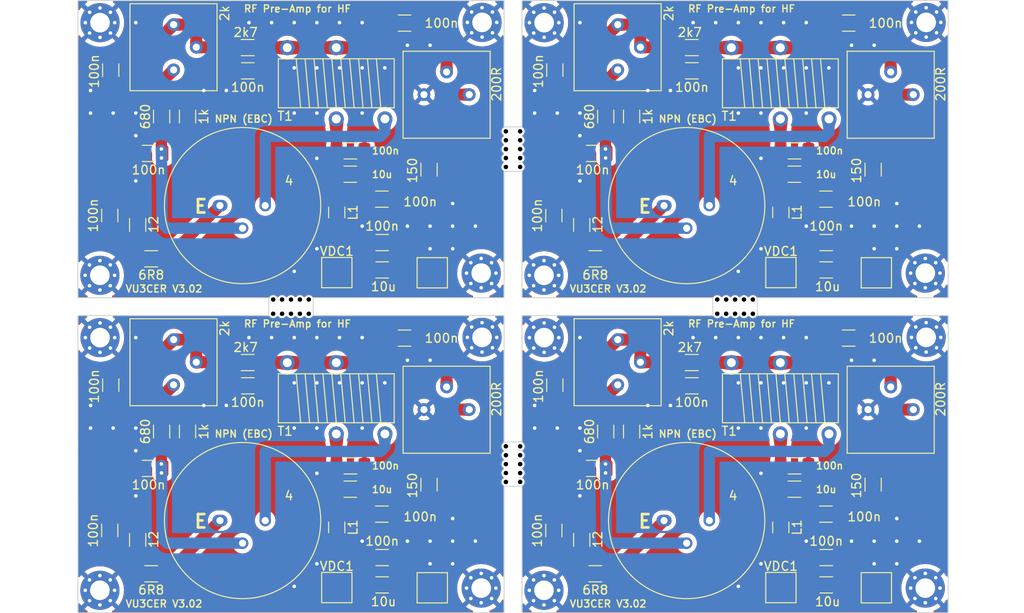
<source format=kicad_pcb>
(kicad_pcb (version 20221018) (generator pcbnew)
  (layers (0 "F.Cu" signal) (31 "B.Cu" signal) (34 "B.Paste" user) (35 "F.Paste" user) (36 "B.SilkS" user "B.Silkscreen") (37 "F.SilkS" user "F.Silkscreen") (38 "B.Mask" user) (39 "F.Mask" user) (44 "Edge.Cuts" user))
  (net 0 "")
  (net 1 "Board_0-+12V")
  (net 2 "Board_0-GND")
  (net 3 "Board_0-Net-(C18-Pad1)")
  (net 4 "Board_0-Net-(C19-Pad2)")
  (net 5 "Board_0-Net-(C25-Pad1)")
  (net 6 "Board_0-Net-(C35-Pad1)")
  (net 7 "Board_0-Net-(IN1-In)")
  (net 8 "Board_0-Net-(OUT1-In)")
  (net 9 "Board_0-Net-(Q1-B)")
  (net 10 "Board_0-Net-(Q1-C)")
  (net 11 "Board_0-Net-(Q1-E)")
  (net 12 "Board_0-Net-(T1-AB)")
  (net 13 "Board_0-Net-(T1-SA)")
  (net 14 "Board_1-+12V")
  (net 15 "Board_1-GND")
  (net 16 "Board_1-Net-(C18-Pad1)")
  (net 17 "Board_1-Net-(C19-Pad2)")
  (net 18 "Board_1-Net-(C25-Pad1)")
  (net 19 "Board_1-Net-(C35-Pad1)")
  (net 20 "Board_1-Net-(IN1-In)")
  (net 21 "Board_1-Net-(OUT1-In)")
  (net 22 "Board_1-Net-(Q1-B)")
  (net 23 "Board_1-Net-(Q1-C)")
  (net 24 "Board_1-Net-(Q1-E)")
  (net 25 "Board_1-Net-(T1-AB)")
  (net 26 "Board_1-Net-(T1-SA)")
  (net 27 "Board_2-+12V")
  (net 28 "Board_2-GND")
  (net 29 "Board_2-Net-(C18-Pad1)")
  (net 30 "Board_2-Net-(C19-Pad2)")
  (net 31 "Board_2-Net-(C25-Pad1)")
  (net 32 "Board_2-Net-(C35-Pad1)")
  (net 33 "Board_2-Net-(IN1-In)")
  (net 34 "Board_2-Net-(OUT1-In)")
  (net 35 "Board_2-Net-(Q1-B)")
  (net 36 "Board_2-Net-(Q1-C)")
  (net 37 "Board_2-Net-(Q1-E)")
  (net 38 "Board_2-Net-(T1-AB)")
  (net 39 "Board_2-Net-(T1-SA)")
  (net 40 "Board_3-+12V")
  (net 41 "Board_3-GND")
  (net 42 "Board_3-Net-(C18-Pad1)")
  (net 43 "Board_3-Net-(C19-Pad2)")
  (net 44 "Board_3-Net-(C25-Pad1)")
  (net 45 "Board_3-Net-(C35-Pad1)")
  (net 46 "Board_3-Net-(IN1-In)")
  (net 47 "Board_3-Net-(OUT1-In)")
  (net 48 "Board_3-Net-(Q1-B)")
  (net 49 "Board_3-Net-(Q1-C)")
  (net 50 "Board_3-Net-(Q1-E)")
  (net 51 "Board_3-Net-(T1-AB)")
  (net 52 "Board_3-Net-(T1-SA)")
  (footprint "NPTH" (layer "F.Cu") (at 173.4173 55.175)
    (fp_text reference "REF**" hide)
    (fp_text value "NPTH" hide)
  )
  (footprint "NPTH" (layer "F.Cu") (at 149.3 38.6875)
    (fp_text reference "REF**" hide)
    (fp_text value "NPTH" hide)
  )
  (footprint "NPTH" (layer "F.Cu") (at 174.4173 55.175)
    (fp_text reference "REF**" hide)
    (fp_text value "NPTH" hide)
  )
  (footprint "TestPoint:TestPoint_Pad_3.0x3.0mm" (layer "F.Cu") (at 178.560564 50.552)
    (fp_text reference "VDC1")
    (fp_text value "Conn_01x01" hide)
  )
  (footprint "Resistor_SMD:R_1206_3216Metric_Pad1.30x1.75mm_HandSolder" (layer "F.Cu") (at 161.810564 68.397 90)
    (fp_text reference "R7" hide)
    (fp_text value "1k")
  )
  (footprint "NPTH" (layer "F.Cu") (at 149.3 37.6875)
    (fp_text reference "REF**" hide)
    (fp_text value "NPTH" hide)
  )
  (footprint "Capacitor_SMD:C_1206_3216Metric_Pad1.33x1.80mm_HandSolder" (layer "F.Cu") (at 103.355964 63.1895 90)
    (fp_text reference "C35" hide)
    (fp_text value "100n")
  )
  (footprint "Capacitor_SMD:C_1206_3216Metric_Pad1.33x1.80mm_HandSolder" (layer "F.Cu") (at 103.245964 44.142 -90)
    (fp_text reference "C19" hide)
    (fp_text value "100n")
  )
  (footprint "MountingHole:MountingHole_2.2mm_M2_Pad_Via" (layer "F.Cu") (at 151.990564 22.482)
    (fp_text reference "H1" hide)
    (fp_text value "MountingHole_Pad" hide)
  )
  (footprint "Package_TO_SOT_THT:TO-38-3" (layer "F.Cu") (at 165.446 43.027)
    (fp_text reference "Q1" hide)
    (fp_text value "NPN (EBC)")
  )
  (footprint "Capacitor_SMD:C_1206_3216Metric_Pad1.33x1.80mm_HandSolder" (layer "F.Cu") (at 186.160564 22.532 180)
    (fp_text reference "C25" hide)
    (fp_text value "100n")
  )
  (footprint "NPTH" (layer "F.Cu") (at 147.7 35.6875)
    (fp_text reference "REF**" hide)
    (fp_text value "NPTH" hide)
  )
  (footprint "Capacitor_SMD:C_1206_3216Metric_Pad1.33x1.80mm_HandSolder" (layer "F.Cu") (at 118.735964 27.892)
    (fp_text reference "C18" hide)
    (fp_text value "100n")
  )
  (footprint "Capacitor_SMD:C_1206_3216Metric_Pad1.33x1.80mm_HandSolder" (layer "F.Cu") (at 168.570564 63.267)
    (fp_text reference "C18" hide)
    (fp_text value "100n")
  )
  (footprint "NPTH" (layer "F.Cu") (at 149.3 72.0625)
    (fp_text reference "REF**" hide)
    (fp_text value "NPTH" hide)
  )
  (footprint "Package_TO_SOT_THT:TO-38-3" (layer "F.Cu") (at 165.446 78.402)
    (fp_text reference "Q1" hide)
    (fp_text value "NPN (EBC)")
  )
  (footprint "Resistor_SMD:R_1206_3216Metric_Pad1.30x1.75mm_HandSolder" (layer "F.Cu") (at 139.075964 38.992 -90)
    (fp_text reference "R1" hide)
    (fp_text value "150")
  )
  (footprint "Resistor_SMD:R_1206_3216Metric_Pad1.30x1.75mm_HandSolder" (layer "F.Cu") (at 107.895964 84.377)
    (fp_text reference "R8" hide)
    (fp_text value "6R8")
  )
  (footprint "Resistor_SMD:R_1206_3216Metric_Pad1.30x1.75mm_HandSolder" (layer "F.Cu") (at 168.560564 60.657 180)
    (fp_text reference "R5" hide)
    (fp_text value "2k7")
  )
  (footprint "Resistor_SMD:R_1206_3216Metric_Pad1.30x1.75mm_HandSolder" (layer "F.Cu") (at 156.210564 80.577 -90)
    (fp_text reference "R9" hide)
    (fp_text value "12")
  )
  (footprint "Capacitor_SMD:C_1206_3216Metric_Pad1.33x1.80mm_HandSolder" (layer "F.Cu") (at 103.245964 79.517 -90)
    (fp_text reference "C19" hide)
    (fp_text value "100n")
  )
  (footprint "MountingHole:MountingHole_2.2mm_M2_Pad_Via" (layer "F.Cu") (at 194.860564 22.452)
    (fp_text reference "H2" hide)
    (fp_text value "MountingHole_Pad" hide)
  )
  (footprint "Inductor_SMD:L_1206_3216Metric_Pad1.42x1.75mm_HandSolder" (layer "F.Cu") (at 128.715964 43.7945 -90)
    (fp_text reference "L1")
    (fp_text value "600 @ 100 MHz" hide)
  )
  (footprint "Inductor_SMD:L_1206_3216Metric_Pad1.42x1.75mm_HandSolder" (layer "F.Cu") (at 178.550564 43.7945 -90)
    (fp_text reference "L1")
    (fp_text value "600 @ 100 MHz" hide)
  )
  (footprint "footprints:FT50-43 Transformer" (layer "F.Cu") (at 186.500564 64.667 -90)
    (fp_text reference "T1")
    (fp_text value "XFMR" hide)
  )
  (footprint "NPTH" (layer "F.Cu") (at 125.5827 55.175)
    (fp_text reference "REF**" hide)
    (fp_text value "NPTH" hide)
  )
  (footprint "Resistor_SMD:R_1206_3216Metric_Pad1.30x1.75mm_HandSolder" (layer "F.Cu") (at 118.725964 25.282 180)
    (fp_text reference "R5" hide)
    (fp_text value "2k7")
  )
  (footprint "Capacitor_SMD:C_1206_3216Metric_Pad1.33x1.80mm_HandSolder" (layer "F.Cu") (at 183.650564 85.627 180)
    (fp_text reference "C24" hide)
    (fp_text value "10u")
  )
  (footprint "MountingHole:MountingHole_2.2mm_M2_Pad_Via" (layer "F.Cu") (at 102.139238 86.230274)
    (fp_text reference "H3" hide)
    (fp_text value "MountingHole_Pad" hide)
  )
  (footprint "Capacitor_SMD:C_1206_3216Metric_Pad1.33x1.80mm_HandSolder" (layer "F.Cu") (at 136.325964 57.907 180)
    (fp_text reference "C25" hide)
    (fp_text value "100n")
  )
  (footprint "Capacitor_SMD:C_1206_3216Metric_Pad1.33x1.80mm_HandSolder" (layer "F.Cu") (at 133.778464 77.677 180)
    (fp_text reference "C22" hide)
    (fp_text value "100n")
  )
  (footprint "footprints:SMA_EDGELAUNCH_Modded" (layer "F.Cu") (at 150.074 37.127)
    (fp_text reference "IN1" hide)
    (fp_text value "SMA")
  )
  (footprint "Resistor_SMD:R_1206_3216Metric_Pad1.30x1.75mm_HandSolder" (layer "F.Cu") (at 157.730564 49.002)
    (fp_text reference "R8" hide)
    (fp_text value "6R8")
  )
  (footprint "Potentiometer_THT:Potentiometer_Bourns_3386P_Vertical" (layer "F.Cu") (at 110.415964 63.157)
    (fp_text reference "RV2" hide)
    (fp_text value "2k")
  )
  (footprint "Resistor_SMD:R_1206_3216Metric_Pad1.30x1.75mm_HandSolder" (layer "F.Cu") (at 109.065964 68.397 -90)
    (fp_text reference "R6" hide)
    (fp_text value "680")
  )
  (footprint "Resistor_SMD:R_1206_3216Metric_Pad1.30x1.75mm_HandSolder" (layer "F.Cu") (at 111.975964 33.022 90)
    (fp_text reference "R7" hide)
    (fp_text value "1k")
  )
  (footprint "NPTH" (layer "F.Cu") (at 147.7 37.6875)
    (fp_text reference "REF**" hide)
    (fp_text value "NPTH" hide)
  )
  (footprint "TestPoint:TestPoint_Pad_3.0x3.0mm" (layer "F.Cu") (at 189.270564 50.572)
    (fp_text reference "GND1" hide)
    (fp_text value "Conn_01x01" hide)
  )
  (footprint "Resistor_SMD:R_1206_3216Metric_Pad1.30x1.75mm_HandSolder" (layer "F.Cu") (at 188.910564 38.992 -90)
    (fp_text reference "R1" hide)
    (fp_text value "150")
  )
  (footprint "MountingHole:MountingHole_2.2mm_M2_Pad_Via" (layer "F.Cu") (at 151.990564 57.857)
    (fp_text reference "H1" hide)
    (fp_text value "MountingHole_Pad" hide)
  )
  (footprint "TestPoint:TestPoint_Pad_3.0x3.0mm" (layer "F.Cu") (at 178.560564 85.927)
    (fp_text reference "VDC1")
    (fp_text value "Conn_01x01" hide)
  )
  (footprint "MountingHole:MountingHole_2.2mm_M2_Pad_Via" (layer "F.Cu") (at 151.973838 86.230274)
    (fp_text reference "H3" hide)
    (fp_text value "MountingHole_Pad" hide)
  )
  (footprint "Capacitor_SMD:C_1206_3216Metric_Pad1.33x1.80mm_HandSolder" (layer "F.Cu") (at 183.648064 82.557 180)
    (fp_text reference "C23" hide)
    (fp_text value "100n")
  )
  (footprint "Capacitor_SMD:C_1206_3216Metric_Pad1.33x1.80mm_HandSolder" (layer "F.Cu") (at 183.613064 77.677 180)
    (fp_text reference "C22" hide)
    (fp_text value "100n")
  )
  (footprint "NPTH" (layer "F.Cu") (at 123.5827 53.575)
    (fp_text reference "REF**" hide)
    (fp_text value "NPTH" hide)
  )
  (footprint "NPTH" (layer "F.Cu") (at 124.5827 53.575)
    (fp_text reference "REF**" hide)
    (fp_text value "NPTH" hide)
  )
  (footprint "Potentiometer_THT:Potentiometer_Bourns_3386P_Vertical" (layer "F.Cu") (at 143.585964 30.562 90)
    (fp_text reference "RV1" hide)
    (fp_text value "200R")
  )
  (footprint "Package_TO_SOT_THT:TO-38-3" (layer "F.Cu") (at 115.6114 78.402)
    (fp_text reference "Q1" hide)
    (fp_text value "NPN (EBC)")
  )
  (footprint "Capacitor_SMD:C_1206_3216Metric_Pad1.33x1.80mm_HandSolder" (layer "F.Cu") (at 118.735964 63.267)
    (fp_text reference "C18" hide)
    (fp_text value "100n")
  )
  (footprint "Capacitor_SMD:C_1206_3216Metric_Pad1.33x1.80mm_HandSolder" (layer "F.Cu") (at 153.080564 79.517 -90)
    (fp_text reference "C19" hide)
    (fp_text value "100n")
  )
  (footprint "TestPoint:TestPoint_Pad_3.0x3.0mm" (layer "F.Cu") (at 189.270564 85.947)
    (fp_text reference "GND1" hide)
    (fp_text value "Conn_01x01" hide)
  )
  (footprint "Capacitor_SMD:C_1206_3216Metric_Pad1.33x1.80mm_HandSolder" (layer "F.Cu") (at 130.243464 39.502 180)
    (fp_text reference "C20" hide)
    (fp_text value "10u")
  )
  (footprint "MountingHole:MountingHole_2.2mm_M2_Pad_Via" (layer "F.Cu") (at 194.860564 57.827)
    (fp_text reference "H2" hide)
    (fp_text value "MountingHole_Pad" hide)
  )
  (footprint "footprints:SMA_EDGELAUNCH_Modded" (layer "F.Cu") (at 196.540564 75.887 180)
    (fp_text reference "OUT1" hide)
    (fp_text value "SMA" hide)
  )
  (footprint "footprints:FT50-43 Transformer" (layer "F.Cu") (at 136.665964 29.292 -90)
    (fp_text reference "T1")
    (fp_text value "XFMR" hide)
  )
  (footprint "NPTH" (layer "F.Cu") (at 149.3 73.0625)
    (fp_text reference "REF**" hide)
    (fp_text value "NPTH" hide)
  )
  (footprint "Resistor_SMD:R_1206_3216Metric_Pad1.30x1.75mm_HandSolder" (layer "F.Cu") (at 188.910564 74.367 -90)
    (fp_text reference "R1" hide)
    (fp_text value "150")
  )
  (footprint "footprints:SMA_EDGELAUNCH_Modded" (layer "F.Cu") (at 146.705964 40.512 180)
    (fp_text reference "OUT1" hide)
    (fp_text value "SMA" hide)
  )
  (footprint "NPTH" (layer "F.Cu") (at 147.7 34.6875)
    (fp_text reference "REF**" hide)
    (fp_text value "NPTH" hide)
  )
  (footprint "NPTH" (layer "F.Cu") (at 147.7 38.6875)
    (fp_text reference "REF**" hide)
    (fp_text value "NPTH" hide)
  )
  (footprint "Package_TO_SOT_THT:TO-38-3" (layer "F.Cu") (at 115.6114 43.027)
    (fp_text reference "Q1" hide)
    (fp_text value "NPN (EBC)")
  )
  (footprint "Resistor_SMD:R_1206_3216Metric_Pad1.30x1.75mm_HandSolder" (layer "F.Cu") (at 106.375964 80.577 -90)
    (fp_text reference "R9" hide)
    (fp_text value "12")
  )
  (footprint "NPTH" (layer "F.Cu") (at 171.4173 53.575)
    (fp_text reference "REF**" hide)
    (fp_text value "NPTH" hide)
  )
  (footprint "NPTH" (layer "F.Cu") (at 149.3 74.0625)
    (fp_text reference "REF**" hide)
    (fp_text value "NPTH" hide)
  )
  (footprint "Capacitor_SMD:C_1206_3216Metric_Pad1.33x1.80mm_HandSolder" (layer "F.Cu") (at 153.080564 44.142 -90)
    (fp_text reference "C19" hide)
    (fp_text value "100n")
  )
  (footprint "NPTH" (layer "F.Cu") (at 147.7 70.0625)
    (fp_text reference "REF**" hide)
    (fp_text value "NPTH" hide)
  )
  (footprint "MountingHole:MountingHole_2.2mm_M2_Pad_Via" (layer "F.Cu") (at 194.765838 50.611274)
    (fp_text reference "H4" hide)
    (fp_text value "MountingHole_Pad" hide)
  )
  (footprint "NPTH" (layer "F.Cu") (at 174.4173 53.575)
    (fp_text reference "REF**" hide)
    (fp_text value "NPTH" hide)
  )
  (footprint "Capacitor_SMD:C_1206_3216Metric_Pad1.33x1.80mm_HandSolder" (layer "F.Cu") (at 168.570564 27.892)
    (fp_text reference "C18" hide)
    (fp_text value "100n")
  )
  (footprint "Potentiometer_THT:Potentiometer_Bourns_3386P_Vertical" (layer "F.Cu") (at 160.250564 27.782)
    (fp_text reference "RV2" hide)
    (fp_text value "2k")
  )
  (footprint "Inductor_SMD:L_1206_3216Metric_Pad1.42x1.75mm_HandSolder" (layer "F.Cu") (at 128.715964 79.1695 -90)
    (fp_text reference "L1")
    (fp_text value "600 @ 100 MHz" hide)
  )
  (footprint "footprints:SMA_EDGELAUNCH_Modded" (layer "F.Cu") (at 196.540564 40.512 180)
    (fp_text reference "OUT1" hide)
    (fp_text value "SMA" hide)
  )
  (footprint "Capacitor_SMD:C_1206_3216Metric_Pad1.33x1.80mm_HandSolder" (layer "F.Cu") (at 153.190564 27.8145 90)
    (fp_text reference "C35" hide)
    (fp_text value "100n")
  )
  (footprint "TestPoint:TestPoint_Pad_3.0x3.0mm" (layer "F.Cu") (at 128.725964 85.927)
    (fp_text reference "VDC1")
    (fp_text value "Conn_01x01" hide)
  )
  (footprint "Potentiometer_THT:Potentiometer_Bourns_3386P_Vertical" (layer "F.Cu") (at 160.250564 63.157)
    (fp_text reference "RV2" hide)
    (fp_text value "2k")
  )
  (footprint "MountingHole:MountingHole_2.2mm_M2_Pad_Via" (layer "F.Cu") (at 144.931238 85.986274)
    (fp_text reference "H4" hide)
    (fp_text value "MountingHole_Pad" hide)
  )
  (footprint "Resistor_SMD:R_1206_3216Metric_Pad1.30x1.75mm_HandSolder" (layer "F.Cu") (at 139.075964 74.367 -90)
    (fp_text reference "R1" hide)
    (fp_text value "150")
  )
  (footprint "NPTH" (layer "F.Cu") (at 149.3 34.6875)
    (fp_text reference "REF**" hide)
    (fp_text value "NPTH" hide)
  )
  (footprint "TestPoint:TestPoint_Pad_3.0x3.0mm" (layer "F.Cu") (at 139.435964 50.572)
    (fp_text reference "GND1" hide)
    (fp_text value "Conn_01x01" hide)
  )
  (footprint "Capacitor_SMD:C_1206_3216Metric_Pad1.33x1.80mm_HandSolder" (layer "F.Cu") (at 183.648064 47.182 180)
    (fp_text reference "C23" hide)
    (fp_text value "100n")
  )
  (footprint "Capacitor_SMD:C_1206_3216Metric_Pad1.33x1.80mm_HandSolder" (layer "F.Cu") (at 180.088064 72.257 180)
    (fp_text reference "C21" hide)
    (fp_text value "100n")
  )
  (footprint "NPTH" (layer "F.Cu") (at 121.5827 55.175)
    (fp_text reference "REF**" hide)
    (fp_text value "NPTH" hide)
  )
  (footprint "NPTH" (layer "F.Cu") (at 147.7 72.0625)
    (fp_text reference "REF**" hide)
    (fp_text value "NPTH" hide)
  )
  (footprint "Resistor_SMD:R_1206_3216Metric_Pad1.30x1.75mm_HandSolder" (layer "F.Cu") (at 118.725964 60.657 180)
    (fp_text reference "R5" hide)
    (fp_text value "2k7")
  )
  (footprint "Capacitor_SMD:C_1206_3216Metric_Pad1.33x1.80mm_HandSolder" (layer "F.Cu") (at 103.355964 27.8145 90)
    (fp_text reference "C35" hide)
    (fp_text value "100n")
  )
  (footprint "footprints:FT50-43 Transformer" (layer "F.Cu") (at 136.665964 64.667 -90)
    (fp_text reference "T1")
    (fp_text value "XFMR" hide)
  )
  (footprint "Capacitor_SMD:C_1206_3216Metric_Pad1.33x1.80mm_HandSolder" (layer "F.Cu") (at 130.243464 74.877 180)
    (fp_text reference "C20" hide)
    (fp_text value "10u")
  )
  (footprint "Capacitor_SMD:C_1206_3216Metric_Pad1.33x1.80mm_HandSolder" (layer "F.Cu") (at 157.436 37.167)
    (fp_text reference "C1" hide)
    (fp_text value "100n")
  )
  (footprint "Resistor_SMD:R_1206_3216Metric_Pad1.30x1.75mm_HandSolder" (layer "F.Cu") (at 158.900564 33.022 -90)
    (fp_text reference "R6" hide)
    (fp_text value "680")
  )
  (footprint "MountingHole:MountingHole_2.2mm_M2_Pad_Via" (layer "F.Cu") (at 144.931238 50.611274)
    (fp_text reference "H4" hide)
    (fp_text value "MountingHole_Pad" hide)
  )
  (footprint "NPTH" (layer "F.Cu") (at 122.5827 53.575)
    (fp_text reference "REF**" hide)
    (fp_text value "NPTH" hide)
  )
  (footprint "Capacitor_SMD:C_1206_3216Metric_Pad1.33x1.80mm_HandSolder" (layer "F.Cu") (at 183.650564 50.252 180)
    (fp_text reference "C24" hide)
    (fp_text value "10u")
  )
  (footprint "NPTH" (layer "F.Cu") (at 123.5827 55.175)
    (fp_text reference "REF**" hide)
    (fp_text value "NPTH" hide)
  )
  (footprint "Resistor_SMD:R_1206_3216Metric_Pad1.30x1.75mm_HandSolder" (layer "F.Cu") (at 157.730564 84.377)
    (fp_text reference "R8" hide)
    (fp_text value "6R8")
  )
  (footprint "Resistor_SMD:R_1206_3216Metric_Pad1.30x1.75mm_HandSolder" (layer "F.Cu") (at 106.375964 45.202 -90)
    (fp_text reference "R9" hide)
    (fp_text value "12")
  )
  (footprint "Resistor_SMD:R_1206_3216Metric_Pad1.30x1.75mm_HandSolder" (layer "F.Cu") (at 161.810564 33.022 90)
    (fp_text reference "R7" hide)
    (fp_text value "1k")
  )
  (footprint "NPTH" (layer "F.Cu") (at 147.7 71.0625)
    (fp_text reference "REF**" hide)
    (fp_text value "NPTH" hide)
  )
  (footprint "footprints:SMA_EDGELAUNCH_Modded" (layer "F.Cu") (at 100.2394 37.127)
    (fp_text reference "IN1" hide)
    (fp_text value "SMA")
  )
  (footprint "NPTH" (layer "F.Cu") (at 147.7 36.6875)
    (fp_text reference "REF**" hide)
    (fp_text value "NPTH" hide)
  )
  (footprint "Capacitor_SMD:C_1206_3216Metric_Pad1.33x1.80mm_HandSolder" (layer "F.Cu") (at 133.813464 47.182 180)
    (fp_text reference "C23" hide)
    (fp_text value "100n")
  )
  (footprint "Potentiometer_THT:Potentiometer_Bourns_3386P_Vertical" (layer "F.Cu") (at 110.415964 27.782)
    (fp_text reference "RV2" hide)
    (fp_text value "2k")
  )
  (footprint "NPTH" (layer "F.Cu") (at 124.5827 55.175)
    (fp_text reference "REF**" hide)
    (fp_text value "NPTH" hide)
  )
  (footprint "NPTH" (layer "F.Cu") (at 149.3 36.6875)
    (fp_text reference "REF**" hide)
    (fp_text value "NPTH" hide)
  )
  (footprint "Capacitor_SMD:C_1206_3216Metric_Pad1.33x1.80mm_HandSolder" (layer "F.Cu") (at 133.815964 85.627 180)
    (fp_text reference "C24" hide)
    (fp_text value "10u")
  )
  (footprint "TestPoint:TestPoint_Pad_3.0x3.0mm" (layer "F.Cu") (at 139.435964 85.947)
    (fp_text reference "GND1" hide)
    (fp_text value "Conn_01x01" hide)
  )
  (footprint "NPTH" (layer "F.Cu") (at 149.3 35.6875)
    (fp_text reference "REF**" hide)
    (fp_text value "NPTH" hide)
  )
  (footprint "Capacitor_SMD:C_1206_3216Metric_Pad1.33x1.80mm_HandSolder" (layer "F.Cu") (at 133.813464 82.557 180)
    (fp_text reference "C23" hide)
    (fp_text value "100n")
  )
  (footprint "NPTH" (layer "F.Cu") (at 122.5827 55.175)
    (fp_text reference "REF**" hide)
    (fp_text value "NPTH" hide)
  )
  (footprint "Potentiometer_THT:Potentiometer_Bourns_3386P_Vertical" (layer "F.Cu") (at 193.420564 30.562 90)
    (fp_text reference "RV1" hide)
    (fp_text value "200R")
  )
  (footprint "footprints:SMA_EDGELAUNCH_Modded" (layer "F.Cu") (at 100.2394 72.502)
    (fp_text reference "IN1" hide)
    (fp_text value "SMA")
  )
  (footprint "Capacitor_SMD:C_1206_3216Metric_Pad1.33x1.80mm_HandSolder" (layer "F.Cu") (at 180.078064 74.877 180)
    (fp_text reference "C20" hide)
    (fp_text value "10u")
  )
  (footprint "TestPoint:TestPoint_Pad_3.0x3.0mm" (layer "F.Cu") (at 128.725964 50.552)
    (fp_text reference "VDC1")
    (fp_text value "Conn_01x01" hide)
  )
  (footprint "NPTH" (layer "F.Cu") (at 125.5827 53.575)
    (fp_text reference "REF**" hide)
    (fp_text value "NPTH" hide)
  )
  (footprint "NPTH" (layer "F.Cu") (at 172.4173 53.575)
    (fp_text reference "REF**" hide)
    (fp_text value "NPTH" hide)
  )
  (footprint "Capacitor_SMD:C_1206_3216Metric_Pad1.33x1.80mm_HandSolder" (layer "F.Cu") (at 136.325964 22.532 180)
    (fp_text reference "C25" hide)
    (fp_text value "100n")
  )
  (footprint "Resistor_SMD:R_1206_3216Metric_Pad1.30x1.75mm_HandSolder" (layer "F.Cu") (at 107.895964 49.002)
    (fp_text reference "R8" hide)
    (fp_text value "6R8")
  )
  (footprint "MountingHole:MountingHole_2.2mm_M2_Pad_Via" (layer "F.Cu") (at 102.139238 50.855274)
    (fp_text reference "H3" hide)
    (fp_text value "MountingHole_Pad" hide)
  )
  (footprint "Inductor_SMD:L_1206_3216Metric_Pad1.42x1.75mm_HandSolder" (layer "F.Cu") (at 178.550564 79.1695 -90)
    (fp_text reference "L1")
    (fp_text value "600 @ 100 MHz" hide)
  )
  (footprint "Potentiometer_THT:Potentiometer_Bourns_3386P_Vertical" (layer "F.Cu") (at 143.585964 65.937 90)
    (fp_text reference "RV1" hide)
    (fp_text value "200R")
  )
  (footprint "NPTH" (layer "F.Cu") (at 149.3 71.0625)
    (fp_text reference "REF**" hide)
    (fp_text value "NPTH" hide)
  )
  (footprint "MountingHole:MountingHole_2.2mm_M2_Pad_Via" (layer "F.Cu") (at 145.025964 57.827)
    (fp_text reference "H2" hide)
    (fp_text value "MountingHole_Pad" hide)
  )
  (footprint "Resistor_SMD:R_1206_3216Metric_Pad1.30x1.75mm_HandSolder" (layer "F.Cu") (at 168.560564 25.282 180)
    (fp_text reference "R5" hide)
    (fp_text value "2k7")
  )
  (footprint "Potentiometer_THT:Potentiometer_Bourns_3386P_Vertical" (layer "F.Cu") (at 193.420564 65.937 90)
    (fp_text reference "RV1" hide)
    (fp_text value "200R")
  )
  (footprint "Resistor_SMD:R_1206_3216Metric_Pad1.30x1.75mm_HandSolder" (layer "F.Cu") (at 156.210564 45.202 -90)
    (fp_text reference "R9" hide)
    (fp_text value "12")
  )
  (footprint "NPTH" (layer "F.Cu") (at 147.7 74.0625)
    (fp_text reference "REF**" hide)
    (fp_text value "NPTH" hide)
  )
  (footprint "NPTH" (layer "F.Cu") (at 121.5827 53.575)
    (fp_text reference "REF**" hide)
    (fp_text value "NPTH" hide)
  )
  (footprint "MountingHole:MountingHole_2.2mm_M2_Pad_Via" (layer "F.Cu") (at 194.765838 85.986274)
    (fp_text reference "H4" hide)
    (fp_text value "MountingHole_Pad" hide)
  )
  (footprint "MountingHole:MountingHole_2.2mm_M2_Pad_Via" (layer "F.Cu") (at 145.025964 22.452)
    (fp_text reference "H2" hide)
    (fp_text value "MountingHole_Pad" hide)
  )
  (footprint "Capacitor_SMD:C_1206_3216Metric_Pad1.33x1.80mm_HandSolder" (layer "F.Cu") (at 157.436 72.542)
    (fp_text reference "C1" hide)
    (fp_text value "100n")
  )
  (footprint "NPTH" (layer "F.Cu") (at 175.4173 55.175)
    (fp_text reference "REF**" hide)
    (fp_text value "NPTH" hide)
  )
  (footprint "Capacitor_SMD:C_1206_3216Metric_Pad1.33x1.80mm_HandSolder" (layer "F.Cu") (at 180.078064 39.502 180)
    (fp_text reference "C20" hide)
    (fp_text value "10u")
  )
  (footprint "Resistor_SMD:R_1206_3216Metric_Pad1.30x1.75mm_HandSolder" (layer "F.Cu") (at 158.900564 68.397 -90)
    (fp_text reference "R6" hide)
    (fp_text value "680")
  )
  (footprint "Capacitor_SMD:C_1206_3216Metric_Pad1.33x1.80mm_HandSolder" (layer "F.Cu") (at 107.6014 37.167)
    (fp_text reference "C1" hide)
    (fp_text value "100n")
  )
  (footprint "footprints:SMA_EDGELAUNCH_Modded" (layer "F.Cu") (at 146.705964 75.887 180)
    (fp_text reference "OUT1" hide)
    (fp_text value "SMA" hide)
  )
  (footprint "Capacitor_SMD:C_1206_3216Metric_Pad1.33x1.80mm_HandSolder" (layer "F.Cu") (at 133.815964 50.252 180)
    (fp_text reference "C24" hide)
    (fp_text value "10u")
  )
  (footprint "Capacitor_SMD:C_1206_3216Metric_Pad1.33x1.80mm_HandSolder" (layer "F.Cu") (at 130.253464 36.882 180)
    (fp_text reference "C21" hide)
    (fp_text value "100n")
  )
  (footprint "footprints:FT50-43 Transformer" (layer "F.Cu") (at 186.500564 29.292 -90)
    (fp_text reference "T1")
    (fp_text value "XFMR" hide)
  )
  (footprint "Resistor_SMD:R_1206_3216Metric_Pad1.30x1.75mm_HandSolder" (layer "F.Cu") (at 109.065964 33.022 -90)
    (fp_text reference "R6" hide)
    (fp_text value "680")
  )
  (footprint "Capacitor_SMD:C_1206_3216Metric_Pad1.33x1.80mm_HandSolder" (layer "F.Cu") (at 183.613064 42.302 180)
    (fp_text reference "C22" hide)
    (fp_text value "100n")
  )
  (footprint "MountingHole:MountingHole_2.2mm_M2_Pad_Via" (layer "F.Cu") (at 102.155964 57.857)
    (fp_text reference "H1" hide)
    (fp_text value "MountingHole_Pad" hide)
  )
  (footprint "Capacitor_SMD:C_1206_3216Metric_Pad1.33x1.80mm_HandSolder" (layer "F.Cu") (at 186.160564 57.907 180)
    (fp_text reference "C25" hide)
    (fp_text value "100n")
  )
  (footprint "Capacitor_SMD:C_1206_3216Metric_Pad1.33x1.80mm_HandSolder" (layer "F.Cu") (at 180.088064 36.882 180)
    (fp_text reference "C21" hide)
    (fp_text value "100n")
  )
  (footprint "NPTH" (layer "F.Cu") (at 149.3 70.0625)
    (fp_text reference "REF**" hide)
    (fp_text value "NPTH" hide)
  )
  (footprint "NPTH" (layer "F.Cu") (at 171.4173 55.175)
    (fp_text reference "REF**" hide)
    (fp_text value "NPTH" hide)
  )
  (footprint "NPTH" (layer "F.Cu") (at 172.4173 55.175)
    (fp_text reference "REF**" hide)
    (fp_text value "NPTH" hide)
  )
  (footprint "Capacitor_SMD:C_1206_3216Metric_Pad1.33x1.80mm_HandSolder" (layer "F.Cu") (at 107.6014 72.542)
    (fp_text reference "C1" hide)
    (fp_text value "100n")
  )
  (footprint "Capacitor_SMD:C_1206_3216Metric_Pad1.33x1.80mm_HandSolder" (layer "F.Cu") (at 133.778464 42.302 180)
    (fp_text reference "C22" hide)
    (fp_text value "100n")
  )
  (footprint "footprints:SMA_EDGELAUNCH_Modded" (layer "F.Cu") (at 150.074 72.502)
    (fp_text reference "IN1" hide)
    (fp_text value "SMA")
  )
  (footprint "Capacitor_SMD:C_1206_3216Metric_Pad1.33x1.80mm_HandSolder" (layer "F.Cu") (at 130.253464 72.257 180)
    (fp_text reference "C21" hide)
    (fp_text value "100n")
  )
  (footprint "NPTH" (layer "F.Cu") (at 147.7 73.0625)
    (fp_text reference "REF**" hide)
    (fp_text value "NPTH" hide)
  )
  (footprint "Capacitor_SMD:C_1206_3216Metric_Pad1.33x1.80mm_HandSolder" (layer "F.Cu") (at 153.190564 63.1895 90)
    (fp_text reference "C35" hide)
    (fp_text value "100n")
  )
  (footprint "MountingHole:MountingHole_2.2mm_M2_Pad_Via" (layer "F.Cu") (at 102.155964 22.482)
    (fp_text reference "H1" hide)
    (fp_text value "MountingHole_Pad" hide)
  )
  (footprint "MountingHole:MountingHole_2.2mm_M2_Pad_Via" (layer "F.Cu") (at 151.973838 50.855274)
    (fp_text reference "H3" hide)
    (fp_text value "MountingHole_Pad" hide)
  )
  (footprint "NPTH" (layer "F.Cu") (at 173.4173 53.575)
    (fp_text reference "REF**" hide)
    (fp_text value "NPTH" hide)
  )
  (footprint "Resistor_SMD:R_1206_3216Metric_Pad1.30x1.75mm_HandSolder" (layer "F.Cu") (at 111.975964 68.397 90)
    (fp_text reference "R7" hide)
    (fp_text value "1k")
  )
  (footprint "NPTH" (layer "F.Cu") (at 175.4173 53.575)
    (fp_text reference "REF**" hide)
    (fp_text value "NPTH" hide)
  )
  (gr_line (start 148.5 34.1875) (end 147.5 34.1875) (stroke (width 0.1)) (layer "Edge.Cuts"))
  (gr_line (start 148.5 39.1875) (end 149.5 39.1875) (stroke (width 0.1)) (layer "Edge.Cuts"))
  (gr_line (start 147.5 39.1875) (end 148.5 39.1875) (stroke (width 0.1)) (layer "Edge.Cuts"))
  (gr_line (start 121.0827 54.375) (end 121.0827 55.375) (stroke (width 0.1)) (layer "Edge.Cuts"))
  (gr_line (start 147.5 53.375) (end 147.5 39.1875) (stroke (width 0.1)) (layer "Edge.Cuts"))
  (gr_line (start 170.9173 54.375) (end 170.9173 55.375) (stroke (width 0.1)) (layer "Edge.Cuts"))
  (gr_line (start 170.9173 53.375) (end 170.9173 54.375) (stroke (width 0.1)) (layer "Edge.Cuts"))
  (gr_line (start 126.0827 55.375) (end 126.0827 54.375) (stroke (width 0.1)) (layer "Edge.Cuts"))
  (gr_line (start 147.5 88.75) (end 147.5 74.5625) (stroke (width 0.1)) (layer "Edge.Cuts"))
  (gr_line (start 149.5 74.5625) (end 149.5 88.75) (stroke (width 0.1)) (layer "Edge.Cuts"))
  (gr_line (start 197.3346 20) (end 149.5 20) (stroke (width 0.1)) (layer "Edge.Cuts"))
  (gr_line (start 147.5 69.5625) (end 147.5 69.5625) (stroke (width 0.1)) (layer "Edge.Cuts"))
  (gr_line (start 175.9173 55.375) (end 175.9173 54.375) (stroke (width 0.1)) (layer "Edge.Cuts"))
  (gr_line (start 175.9173 54.375) (end 175.9173 53.375) (stroke (width 0.1)) (layer "Edge.Cuts"))
  (gr_line (start 170.9173 55.375) (end 149.5 55.375) (stroke (width 0.1)) (layer "Edge.Cuts"))
  (gr_line (start 149.5 53.375) (end 170.9173 53.375) (stroke (width 0.1)) (layer "Edge.Cuts"))
  (gr_line (start 147.5 20) (end 99.6654 20) (stroke (width 0.1)) (layer "Edge.Cuts"))
  (gr_line (start 148.5 69.5625) (end 147.5 69.5625) (stroke (width 0.1)) (layer "Edge.Cuts"))
  (gr_line (start 148.5 74.5625) (end 149.5 74.5625) (stroke (width 0.1)) (layer "Edge.Cuts"))
  (gr_line (start 149.5 69.5625) (end 148.5 69.5625) (stroke (width 0.1)) (layer "Edge.Cuts"))
  (gr_line (start 197.3346 88.75) (end 197.3346 55.375) (stroke (width 0.1)) (layer "Edge.Cuts"))
  (gr_line (start 126.0827 53.375) (end 147.5 53.375) (stroke (width 0.1)) (layer "Edge.Cuts"))
  (gr_line (start 197.3346 55.375) (end 175.9173 55.375) (stroke (width 0.1)) (layer "Edge.Cuts"))
  (gr_line (start 99.6654 20) (end 99.6654 53.375) (stroke (width 0.1)) (layer "Edge.Cuts"))
  (gr_line (start 126.0827 54.375) (end 126.0827 53.375) (stroke (width 0.1)) (layer "Edge.Cuts"))
  (gr_line (start 147.5 55.375) (end 126.0827 55.375) (stroke (width 0.1)) (layer "Edge.Cuts"))
  (gr_line (start 149.5 55.375) (end 149.5 69.5625) (stroke (width 0.1)) (layer "Edge.Cuts"))
  (gr_line (start 121.0827 55.375) (end 99.6654 55.375) (stroke (width 0.1)) (layer "Edge.Cuts"))
  (gr_line (start 149.5 34.1875) (end 148.5 34.1875) (stroke (width 0.1)) (layer "Edge.Cuts"))
  (gr_line (start 99.6654 53.375) (end 121.0827 53.375) (stroke (width 0.1)) (layer "Edge.Cuts"))
  (gr_line (start 149.5 20) (end 149.5 34.1875) (stroke (width 0.1)) (layer "Edge.Cuts"))
  (gr_line (start 147.5 34.1875) (end 147.5 20) (stroke (width 0.1)) (layer "Edge.Cuts"))
  (gr_line (start 197.3346 53.375) (end 197.3346 20) (stroke (width 0.1)) (layer "Edge.Cuts"))
  (gr_line (start 147.5 69.5625) (end 147.5 55.375) (stroke (width 0.1)) (layer "Edge.Cuts"))
  (gr_line (start 147.5 74.5625) (end 148.5 74.5625) (stroke (width 0.1)) (layer "Edge.Cuts"))
  (gr_line (start 99.6654 88.75) (end 147.5 88.75) (stroke (width 0.1)) (layer "Edge.Cuts"))
  (gr_line (start 99.6654 55.375) (end 99.6654 88.75) (stroke (width 0.1)) (layer "Edge.Cuts"))
  (gr_line (start 147.5 34.1875) (end 147.5 34.1875) (stroke (width 0.1)) (layer "Edge.Cuts"))
  (gr_line (start 121.0827 53.375) (end 121.0827 54.375) (stroke (width 0.1)) (layer "Edge.Cuts"))
  (gr_line (start 175.9173 53.375) (end 197.3346 53.375) (stroke (width 0.1)) (layer "Edge.Cuts"))
  (gr_line (start 149.5 39.1875) (end 149.5 53.375) (stroke (width 0.1)) (layer "Edge.Cuts"))
  (gr_line (start 149.5 88.75) (end 197.3346 88.75) (stroke (width 0.1)) (layer "Edge.Cuts"))
  (gr_text "4" (at 172.616 40.827) (layer "F.SilkS") (effects (font (size 1 1)) (justify left bottom)))
  (gr_text "4" (at 172.616 76.202) (layer "F.SilkS") (effects (font (size 1 1)) (justify left bottom)))
  (gr_text "RF Pre-Amp for HF" (at 118.225964 56.767) (layer "F.SilkS") (effects (font (size 0.8 0.8)) (justify left bottom)))
  (gr_text "E" (at 112.5914 43.997) (layer "F.SilkS") (effects (font (size 1.5 1.5) (thickness 0.3) bold) (justify left bottom)))
  (gr_text "E" (at 112.5914 79.372) (layer "F.SilkS") (effects (font (size 1.5 1.5) (thickness 0.3) bold) (justify left bottom)))
  (gr_text "4" (at 122.7814 40.827) (layer "F.SilkS") (effects (font (size 1 1)) (justify left bottom)))
  (gr_text "VU3CER V3.02" (at 104.945964 52.842) (layer "F.SilkS") (effects (font (size 0.8 0.8) (thickness 0.15) bold) (justify left bottom)))
  (gr_text "RF Pre-Amp for HF" (at 118.225964 21.392) (layer "F.SilkS") (effects (font (size 0.8 0.8)) (justify left bottom)))
  (gr_text "4" (at 122.7814 76.202) (layer "F.SilkS") (effects (font (size 1 1)) (justify left bottom)))
  (gr_text "VU3CER V3.02" (at 154.780564 88.217) (layer "F.SilkS") (effects (font (size 0.8 0.8) (thickness 0.15) bold) (justify left bottom)))
  (gr_text "E" (at 162.426 43.997) (layer "F.SilkS") (effects (font (size 1.5 1.5) (thickness 0.3) bold) (justify left bottom)))
  (gr_text "E" (at 162.426 79.372) (layer "F.SilkS") (effects (font (size 1.5 1.5) (thickness 0.3) bold) (justify left bottom)))
  (gr_text "VU3CER V3.02" (at 104.945964 88.217) (layer "F.SilkS") (effects (font (size 0.8 0.8) (thickness 0.15) bold) (justify left bottom)))
  (gr_text "RF Pre-Amp for HF" (at 168.060564 21.392) (layer "F.SilkS") (effects (font (size 0.8 0.8)) (justify left bottom)))
  (gr_text "RF Pre-Amp for HF" (at 168.060564 56.767) (layer "F.SilkS") (effects (font (size 0.8 0.8)) (justify left bottom)))
  (gr_text "VU3CER V3.02" (at 154.780564 52.842) (layer "F.SilkS") (effects (font (size 0.8 0.8) (thickness 0.15) bold) (justify left bottom)))
  (segment (start 132.253464 50.252) (end 132.253464 47.1845) (width 1.27) (layer "F.Cu") (net 1))
  (segment (start 128.725964 50.552) (end 128.725964 47.242) (width 1.27) (layer "F.Cu") (net 1))
  (segment (start 132.250964 47.182) (end 128.785964 47.182) (width 1.27) (layer "F.Cu") (net 1))
  (segment (start 128.785964 47.182) (end 128.725964 47.242) (width 1.27) (layer "F.Cu") (net 1))
  (segment (start 128.725964 47.242) (end 128.725964 45.292) (width 1.27) (layer "F.Cu") (net 1))
  (via (at 131.5703 27.557) (size 0.8) (drill 0.4) (layers "F.Cu" "B.Cu") (net 2))
  (via (at 123.9503 32.637) (size 0.8) (drill 0.4) (layers "F.Cu" "B.Cu") (net 2))
  (via (at 126.4903 22.477) (size 0.8) (drill 0.4) (layers "F.Cu" "B.Cu") (net 2))
  (via (at 103.6303 32.637) (size 0.8) (drill 0.4) (layers "F.Cu" "B.Cu") (net 2))
  (via (at 113.7903 30.097) (size 0.8) (drill 0.4) (layers "F.Cu" "B.Cu") (net 2))
  (via (at 129.0303 27.557) (size 0.8) (drill 0.4) (layers "F.Cu" "B.Cu") (net 2))
  (via (at 126.4903 27.557) (size 0.8) (drill 0.4) (layers "F.Cu" "B.Cu") (net 2))
  (via (at 126.4903 32.637) (size 0.8) (drill 0.4) (layers "F.Cu" "B.Cu") (net 2))
  (via (at 101.0903 32.637) (size 0.8) (drill 0.4) (layers "F.Cu" "B.Cu") (net 2))
  (via (at 118.8703 22.477) (size 0.8) (drill 0.4) (layers "F.Cu" "B.Cu") (net 2))
  (via (at 126.4903 37.717) (size 0.8) (drill 0.4) (layers "F.Cu" "B.Cu") (net 2))
  (via (at 126.4903 47.877) (size 0.8) (drill 0.4) (layers "F.Cu" "B.Cu") (net 2))
  (via (at 131.5703 45.337) (size 0.8) (drill 0.4) (layers "F.Cu" "B.Cu") (net 2))
  (via (at 106.1703 35.177) (size 0.8) (drill 0.4) (layers "F.Cu" "B.Cu") (net 2))
  (via (at 136.6503 25.017) (size 0.8) (drill 0.4) (layers "F.Cu" "B.Cu") (net 2))
  (via (at 134.1103 27.557) (size 0.8) (drill 0.4) (layers "F.Cu" "B.Cu") (net 2))
  (via (at 123.9503 50.417) (size 0.8) (drill 0.4) (layers "F.Cu" "B.Cu") (net 2))
  (via (at 101.0903 30.097) (size 0.8) (drill 0.4) (layers "F.Cu" "B.Cu") (net 2))
  (via (at 123.9503 22.477) (size 0.8) (drill 0.4) (layers "F.Cu" "B.Cu") (net 2))
  (via (at 141.7303 47.877) (size 0.8) (drill 0.4) (layers "F.Cu" "B.Cu") (net 2))
  (via (at 144.2703 45.337) (size 0.8) (drill 0.4) (layers "F.Cu" "B.Cu") (net 2))
  (via (at 131.5703 22.477) (size 0.8) (drill 0.4) (layers "F.Cu" "B.Cu") (net 2))
  (via (at 136.6503 45.337) (size 0.8) (drill 0.4) (layers "F.Cu" "B.Cu") (net 2))
  (via (at 106.1703 22.477) (size 0.8) (drill 0.4) (layers "F.Cu" "B.Cu") (net 2))
  (via (at 106.1703 40.257) (size 0.8) (drill 0.4) (layers "F.Cu" "B.Cu") (net 2))
  (via (at 131.5703 32.637) (size 0.8) (drill 0.4) (layers "F.Cu" "B.Cu") (net 2))
  (via (at 121.4103 22.477) (size 0.8) (drill 0.4) (layers "F.Cu" "B.Cu") (net 2))
  (via (at 106.1703 32.637) (size 0.8) (drill 0.4) (layers "F.Cu" "B.Cu") (net 2))
  (via (at 129.0303 22.477) (size 0.8) (drill 0.4) (layers "F.Cu" "B.Cu") (net 2))
  (via (at 123.9503 27.557) (size 0.8) (drill 0.4) (layers "F.Cu" "B.Cu") (net 2))
  (via (at 139.1903 45.337) (size 0.8) (drill 0.4) (layers "F.Cu" "B.Cu") (net 2))
  (via (at 141.7303 45.337) (size 0.8) (drill 0.4) (layers "F.Cu" "B.Cu") (net 2))
  (via (at 141.7303 42.797) (size 0.8) (drill 0.4) (layers "F.Cu" "B.Cu") (net 2))
  (via (at 139.1903 25.017) (size 0.8) (drill 0.4) (layers "F.Cu" "B.Cu") (net 2))
  (via (at 139.1903 47.877) (size 0.8) (drill 0.4) (layers "F.Cu" "B.Cu") (net 2))
  (via (at 116.3303 30.097) (size 0.8) (drill 0.4) (layers "F.Cu" "B.Cu") (net 2))
  (segment (start 112.955964 25.242) (end 117.235964 25.242) (width 1.27) (layer "F.Cu") (net 3))
  (segment (start 117.173464 27.892) (end 117.173464 25.2845) (width 1.27) (layer "F.Cu") (net 3))
  (segment (start 110.415964 22.702) (end 112.645964 22.702) (width 1.27) (layer "F.Cu") (net 3))
  (segment (start 112.955964 23.012) (end 112.955964 25.242) (width 1.27) (layer "F.Cu") (net 3))
  (segment (start 106.865964 26.252) (end 110.415964 22.702) (width 1.27) (layer "F.Cu") (net 3))
  (segment (start 112.645964 22.702) (end 112.955964 23.012) (width 1.27) (layer "F.Cu") (net 3))
  (segment (start 103.355964 26.252) (end 106.865964 26.252) (width 1.27) (layer "F.Cu") (net 3))
  (segment (start 104.315964 46.752) (end 106.375964 46.752) (width 1.27) (layer "F.Cu") (net 4))
  (segment (start 106.345964 49.002) (end 106.345964 46.782) (width 1.27) (layer "F.Cu") (net 4))
  (segment (start 103.268464 45.7045) (end 104.315964 46.752) (width 1.27) (layer "F.Cu") (net 4))
  (segment (start 141.045964 22.742) (end 141.045964 28.022) (width 1.27) (layer "F.Cu") (net 5))
  (segment (start 137.888464 22.532) (end 140.835964 22.532) (width 1.27) (layer "F.Cu") (net 5))
  (segment (start 140.835964 22.532) (end 141.045964 22.742) (width 1.27) (layer "F.Cu") (net 5))
  (segment (start 108.820964 29.377) (end 109.065964 29.132) (width 1.27) (layer "F.Cu") (net 6))
  (segment (start 109.065964 31.472) (end 109.065964 29.132) (width 1.27) (layer "F.Cu") (net 6))
  (segment (start 103.355964 29.377) (end 108.820964 29.377) (width 1.27) (layer "F.Cu") (net 6))
  (segment (start 109.065964 29.132) (end 110.415964 27.782) (width 1.27) (layer "F.Cu") (net 6))
  (segment (start 102.3114 37.167) (end 102.2714 37.127) (width 1.27) (layer "F.Cu") (net 7))
  (segment (start 106.0389 37.167) (end 102.3114 37.167) (width 1.27) (layer "F.Cu") (net 7))
  (segment (start 144.673964 40.512) (end 139.105964 40.512) (width 1.27) (layer "F.Cu") (net 8))
  (segment (start 141.375964 30.562) (end 140.975964 30.962) (width 1.27) (layer "F.Cu") (net 8))
  (segment (start 140.975964 30.962) (end 140.975964 40.242) (width 1.27) (layer "F.Cu") (net 8))
  (segment (start 143.585964 30.562) (end 141.375964 30.562) (width 1.27) (layer "F.Cu") (net 8))
  (segment (start 109.065964 34.572) (end 111.975964 34.572) (width 1.27) (layer "F.Cu") (net 9))
  (segment (start 109.0414 36.667) (end 109.0414 34.596564) (width 1.27) (layer "F.Cu") (net 9))
  (via (at 109.0414 36.667) (size 0.8) (drill 0.4) (layers "F.Cu" "B.Cu") (net 9))
  (via (at 109.0514 37.677) (size 0.8) (drill 0.4) (layers "F.Cu" "B.Cu") (net 9))
  (segment (start 118.1514 45.567) (end 109.6814 45.567) (width 1.27) (layer "B.Cu") (net 9))
  (segment (start 109.105964 42.772) (end 109.0514 37.677) (width 1.27) (layer "B.Cu") (net 9))
  (segment (start 109.0514 37.677) (end 109.0314 36.827) (width 1.27) (layer "B.Cu") (net 9))
  (segment (start 109.6814 45.567) (end 109.1014 44.987) (width 1.27) (layer "B.Cu") (net 9))
  (segment (start 109.1014 44.987) (end 109.105964 42.772) (width 1.27) (layer "B.Cu") (net 9))
  (segment (start 120.6914 35.262) (end 120.6914 43.027) (width 1.27) (layer "B.Cu") (net 10))
  (segment (start 134.125964 34.752) (end 133.615964 35.262) (width 1.27) (layer "B.Cu") (net 10))
  (segment (start 133.615964 35.262) (end 120.6914 35.262) (width 1.27) (layer "B.Cu") (net 10))
  (segment (start 134.125964 33.292) (end 134.125964 34.752) (width 1.27) (layer "B.Cu") (net 10))
  (segment (start 109.445964 49.002) (end 109.6364 49.002) (width 1.27) (layer "F.Cu") (net 11))
  (segment (start 109.6364 49.002) (end 115.6114 43.027) (width 1.27) (layer "F.Cu") (net 11))
  (segment (start 134.763464 24.8845) (end 134.763464 22.532) (width 1.27) (layer "F.Cu") (net 12))
  (segment (start 120.275964 25.282) (end 120.275964 27.8695) (width 1.27) (layer "F.Cu") (net 12))
  (segment (start 128.665964 25.292) (end 134.355964 25.292) (width 1.27) (layer "F.Cu") (net 12))
  (segment (start 120.275964 25.282) (end 123.155964 25.282) (width 1.27) (layer "F.Cu") (net 12))
  (segment (start 134.355964 25.292) (end 134.763464 24.8845) (width 1.27) (layer "F.Cu") (net 12))
  (segment (start 123.165964 25.292) (end 128.665964 25.292) (width 1.27) (layer "F.Cu") (net 12))
  (segment (start 128.680964 39.502) (end 128.680964 42.272) (width 1.27) (layer "F.Cu") (net 13))
  (segment (start 128.690964 36.882) (end 128.690964 33.317) (width 1.27) (layer "F.Cu") (net 13))
  (segment (start 132.215964 42.302) (end 128.720964 42.302) (width 1.27) (layer "F.Cu") (net 13))
  (segment (start 128.680964 39.502) (end 128.680964 36.892) (width 1.27) (layer "F.Cu") (net 13))
  (segment (start 182.088064 50.252) (end 182.088064 47.1845) (width 1.27) (layer "F.Cu") (net 14))
  (segment (start 178.560564 50.552) (end 178.560564 47.242) (width 1.27) (layer "F.Cu") (net 14))
  (segment (start 182.085564 47.182) (end 178.620564 47.182) (width 1.27) (layer "F.Cu") (net 14))
  (segment (start 178.560564 47.242) (end 178.560564 45.292) (width 1.27) (layer "F.Cu") (net 14))
  (segment (start 178.620564 47.182) (end 178.560564 47.242) (width 1.27) (layer "F.Cu") (net 14))
  (via (at 189.0249 45.337) (size 0.8) (drill 0.4) (layers "F.Cu" "B.Cu") (net 15))
  (via (at 181.4049 32.637) (size 0.8) (drill 0.4) (layers "F.Cu" "B.Cu") (net 15))
  (via (at 163.6249 30.097) (size 0.8) (drill 0.4) (layers "F.Cu" "B.Cu") (net 15))
  (via (at 173.7849 22.477) (size 0.8) (drill 0.4) (layers "F.Cu" "B.Cu") (net 15))
  (via (at 189.0249 25.017) (size 0.8) (drill 0.4) (layers "F.Cu" "B.Cu") (net 15))
  (via (at 171.2449 22.477) (size 0.8) (drill 0.4) (layers "F.Cu" "B.Cu") (net 15))
  (via (at 176.3249 27.557) (size 0.8) (drill 0.4) (layers "F.Cu" "B.Cu") (net 15))
  (via (at 191.5649 45.337) (size 0.8) (drill 0.4) (layers "F.Cu" "B.Cu") (net 15))
  (via (at 181.4049 45.337) (size 0.8) (drill 0.4) (layers "F.Cu" "B.Cu") (net 15))
  (via (at 189.0249 47.877) (size 0.8) (drill 0.4) (layers "F.Cu" "B.Cu") (net 15))
  (via (at 186.4849 45.337) (size 0.8) (drill 0.4) (layers "F.Cu" "B.Cu") (net 15))
  (via (at 191.5649 42.797) (size 0.8) (drill 0.4) (layers "F.Cu" "B.Cu") (net 15))
  (via (at 173.7849 32.637) (size 0.8) (drill 0.4) (layers "F.Cu" "B.Cu") (net 15))
  (via (at 173.7849 50.417) (size 0.8) (drill 0.4) (layers "F.Cu" "B.Cu") (net 15))
  (via (at 168.7049 22.477) (size 0.8) (drill 0.4) (layers "F.Cu" "B.Cu") (net 15))
  (via (at 150.9249 30.097) (size 0.8) (drill 0.4) (layers "F.Cu" "B.Cu") (net 15))
  (via (at 178.8649 27.557) (size 0.8) (drill 0.4) (layers "F.Cu" "B.Cu") (net 15))
  (via (at 176.3249 22.477) (size 0.8) (drill 0.4) (layers "F.Cu" "B.Cu") (net 15))
  (via (at 176.3249 37.717) (size 0.8) (drill 0.4) (layers "F.Cu" "B.Cu") (net 15))
  (via (at 176.3249 32.637) (size 0.8) (drill 0.4) (layers "F.Cu" "B.Cu") (net 15))
  (via (at 150.9249 32.637) (size 0.8) (drill 0.4) (layers "F.Cu" "B.Cu") (net 15))
  (via (at 173.7849 27.557) (size 0.8) (drill 0.4) (layers "F.Cu" "B.Cu") (net 15))
  (via (at 156.0049 40.257) (size 0.8) (drill 0.4) (layers "F.Cu" "B.Cu") (net 15))
  (via (at 191.5649 47.877) (size 0.8) (drill 0.4) (layers "F.Cu" "B.Cu") (net 15))
  (via (at 186.4849 25.017) (size 0.8) (drill 0.4) (layers "F.Cu" "B.Cu") (net 15))
  (via (at 181.4049 27.557) (size 0.8) (drill 0.4) (layers "F.Cu" "B.Cu") (net 15))
  (via (at 166.1649 30.097) (size 0.8) (drill 0.4) (layers "F.Cu" "B.Cu") (net 15))
  (via (at 153.4649 32.637) (size 0.8) (drill 0.4) (layers "F.Cu" "B.Cu") (net 15))
  (via (at 156.0049 35.177) (size 0.8) (drill 0.4) (layers "F.Cu" "B.Cu") (net 15))
  (via (at 156.0049 22.477) (size 0.8) (drill 0.4) (layers "F.Cu" "B.Cu") (net 15))
  (via (at 176.3249 47.877) (size 0.8) (drill 0.4) (layers "F.Cu" "B.Cu") (net 15))
  (via (at 183.9449 27.557) (size 0.8) (drill 0.4) (layers "F.Cu" "B.Cu") (net 15))
  (via (at 181.4049 22.477) (size 0.8) (drill 0.4) (layers "F.Cu" "B.Cu") (net 15))
  (via (at 178.8649 22.477) (size 0.8) (drill 0.4) (layers "F.Cu" "B.Cu") (net 15))
  (via (at 194.1049 45.337) (size 0.8) (drill 0.4) (layers "F.Cu" "B.Cu") (net 15))
  (via (at 156.0049 32.637) (size 0.8) (drill 0.4) (layers "F.Cu" "B.Cu") (net 15))
  (segment (start 160.250564 22.702) (end 162.480564 22.702) (width 1.27) (layer "F.Cu") (net 16))
  (segment (start 162.790564 25.242) (end 167.070564 25.242) (width 1.27) (layer "F.Cu") (net 16))
  (segment (start 167.008064 27.892) (end 167.008064 25.2845) (width 1.27) (layer "F.Cu") (net 16))
  (segment (start 153.190564 26.252) (end 156.700564 26.252) (width 1.27) (layer "F.Cu") (net 16))
  (segment (start 162.790564 23.012) (end 162.790564 25.242) (width 1.27) (layer "F.Cu") (net 16))
  (segment (start 162.480564 22.702) (end 162.790564 23.012) (width 1.27) (layer "F.Cu") (net 16))
  (segment (start 156.700564 26.252) (end 160.250564 22.702) (width 1.27) (layer "F.Cu") (net 16))
  (segment (start 153.103064 45.7045) (end 154.150564 46.752) (width 1.27) (layer "F.Cu") (net 17))
  (segment (start 154.150564 46.752) (end 156.210564 46.752) (width 1.27) (layer "F.Cu") (net 17))
  (segment (start 156.180564 49.002) (end 156.180564 46.782) (width 1.27) (layer "F.Cu") (net 17))
  (segment (start 190.670564 22.532) (end 190.880564 22.742) (width 1.27) (layer "F.Cu") (net 18))
  (segment (start 190.880564 22.742) (end 190.880564 28.022) (width 1.27) (layer "F.Cu") (net 18))
  (segment (start 187.723064 22.532) (end 190.670564 22.532) (width 1.27) (layer "F.Cu") (net 18))
  (segment (start 158.655564 29.377) (end 158.900564 29.132) (width 1.27) (layer "F.Cu") (net 19))
  (segment (start 158.900564 31.472) (end 158.900564 29.132) (width 1.27) (layer "F.Cu") (net 19))
  (segment (start 153.190564 29.377) (end 158.655564 29.377) (width 1.27) (layer "F.Cu") (net 19))
  (segment (start 158.900564 29.132) (end 160.250564 27.782) (width 1.27) (layer "F.Cu") (net 19))
  (segment (start 155.8735 37.167) (end 152.146 37.167) (width 1.27) (layer "F.Cu") (net 20))
  (segment (start 152.146 37.167) (end 152.106 37.127) (width 1.27) (layer "F.Cu") (net 20))
  (segment (start 190.810564 30.962) (end 190.810564 40.242) (width 1.27) (layer "F.Cu") (net 21))
  (segment (start 191.210564 30.562) (end 190.810564 30.962) (width 1.27) (layer "F.Cu") (net 21))
  (segment (start 194.508564 40.512) (end 188.940564 40.512) (width 1.27) (layer "F.Cu") (net 21))
  (segment (start 193.420564 30.562) (end 191.210564 30.562) (width 1.27) (layer "F.Cu") (net 21))
  (segment (start 158.876 36.667) (end 158.876 34.596564) (width 1.27) (layer "F.Cu") (net 22))
  (segment (start 158.900564 34.572) (end 161.810564 34.572) (width 1.27) (layer "F.Cu") (net 22))
  (via (at 158.886 37.677) (size 0.8) (drill 0.4) (layers "F.Cu" "B.Cu") (net 22))
  (via (at 158.876 36.667) (size 0.8) (drill 0.4) (layers "F.Cu" "B.Cu") (net 22))
  (segment (start 158.886 37.677) (end 158.866 36.827) (width 1.27) (layer "B.Cu") (net 22))
  (segment (start 158.936 44.987) (end 158.940564 42.772) (width 1.27) (layer "B.Cu") (net 22))
  (segment (start 159.516 45.567) (end 158.936 44.987) (width 1.27) (layer "B.Cu") (net 22))
  (segment (start 158.940564 42.772) (end 158.886 37.677) (width 1.27) (layer "B.Cu") (net 22))
  (segment (start 167.986 45.567) (end 159.516 45.567) (width 1.27) (layer "B.Cu") (net 22))
  (segment (start 183.960564 34.752) (end 183.450564 35.262) (width 1.27) (layer "B.Cu") (net 23))
  (segment (start 170.526 35.262) (end 170.526 43.027) (width 1.27) (layer "B.Cu") (net 23))
  (segment (start 183.450564 35.262) (end 170.526 35.262) (width 1.27) (layer "B.Cu") (net 23))
  (segment (start 183.960564 33.292) (end 183.960564 34.752) (width 1.27) (layer "B.Cu") (net 23))
  (segment (start 159.471 49.002) (end 165.446 43.027) (width 1.27) (layer "F.Cu") (net 24))
  (segment (start 159.280564 49.002) (end 159.471 49.002) (width 1.27) (layer "F.Cu") (net 24))
  (segment (start 184.598064 24.8845) (end 184.598064 22.532) (width 1.27) (layer "F.Cu") (net 25))
  (segment (start 184.190564 25.292) (end 184.598064 24.8845) (width 1.27) (layer "F.Cu") (net 25))
  (segment (start 170.110564 25.282) (end 170.110564 27.8695) (width 1.27) (layer "F.Cu") (net 25))
  (segment (start 170.110564 25.282) (end 172.990564 25.282) (width 1.27) (layer "F.Cu") (net 25))
  (segment (start 173.000564 25.292) (end 178.500564 25.292) (width 1.27) (layer "F.Cu") (net 25))
  (segment (start 178.500564 25.292) (end 184.190564 25.292) (width 1.27) (layer "F.Cu") (net 25))
  (segment (start 178.525564 36.882) (end 178.525564 33.317) (width 1.27) (layer "F.Cu") (net 26))
  (segment (start 182.050564 42.302) (end 178.555564 42.302) (width 1.27) (layer "F.Cu") (net 26))
  (segment (start 178.515564 39.502) (end 178.515564 36.892) (width 1.27) (layer "F.Cu") (net 26))
  (segment (start 178.515564 39.502) (end 178.515564 42.272) (width 1.27) (layer "F.Cu") (net 26))
  (segment (start 128.785964 82.557) (end 128.725964 82.617) (width 1.27) (layer "F.Cu") (net 27))
  (segment (start 132.253464 85.627) (end 132.253464 82.5595) (width 1.27) (layer "F.Cu") (net 27))
  (segment (start 128.725964 85.927) (end 128.725964 82.617) (width 1.27) (layer "F.Cu") (net 27))
  (segment (start 128.725964 82.617) (end 128.725964 80.667) (width 1.27) (layer "F.Cu") (net 27))
  (segment (start 132.250964 82.557) (end 128.785964 82.557) (width 1.27) (layer "F.Cu") (net 27))
  (via (at 126.4903 73.092) (size 0.8) (drill 0.4) (layers "F.Cu" "B.Cu") (net 28))
  (via (at 106.1703 68.012) (size 0.8) (drill 0.4) (layers "F.Cu" "B.Cu") (net 28))
  (via (at 126.4903 68.012) (size 0.8) (drill 0.4) (layers "F.Cu" "B.Cu") (net 28))
  (via (at 141.7303 78.172) (size 0.8) (drill 0.4) (layers "F.Cu" "B.Cu") (net 28))
  (via (at 123.9503 57.852) (size 0.8) (drill 0.4) (layers "F.Cu" "B.Cu") (net 28))
  (via (at 106.1703 57.852) (size 0.8) (drill 0.4) (layers "F.Cu" "B.Cu") (net 28))
  (via (at 139.1903 80.712) (size 0.8) (drill 0.4) (layers "F.Cu" "B.Cu") (net 28))
  (via (at 113.7903 65.472) (size 0.8) (drill 0.4) (layers "F.Cu" "B.Cu") (net 28))
  (via (at 144.2703 80.712) (size 0.8) (drill 0.4) (layers "F.Cu" "B.Cu") (net 28))
  (via (at 116.3303 65.472) (size 0.8) (drill 0.4) (layers "F.Cu" "B.Cu") (net 28))
  (via (at 136.6503 80.712) (size 0.8) (drill 0.4) (layers "F.Cu" "B.Cu") (net 28))
  (via (at 131.5703 68.012) (size 0.8) (drill 0.4) (layers "F.Cu" "B.Cu") (net 28))
  (via (at 126.4903 57.852) (size 0.8) (drill 0.4) (layers "F.Cu" "B.Cu") (net 28))
  (via (at 123.9503 62.932) (size 0.8) (drill 0.4) (layers "F.Cu" "B.Cu") (net 28))
  (via (at 126.4903 83.252) (size 0.8) (drill 0.4) (layers "F.Cu" "B.Cu") (net 28))
  (via (at 134.1103 62.932) (size 0.8) (drill 0.4) (layers "F.Cu" "B.Cu") (net 28))
  (via (at 131.5703 57.852) (size 0.8) (drill 0.4) (layers "F.Cu" "B.Cu") (net 28))
  (via (at 141.7303 83.252) (size 0.8) (drill 0.4) (layers "F.Cu" "B.Cu") (net 28))
  (via (at 118.8703 57.852) (size 0.8) (drill 0.4) (layers "F.Cu" "B.Cu") (net 28))
  (via (at 103.6303 68.012) (size 0.8) (drill 0.4) (layers "F.Cu" "B.Cu") (net 28))
  (via (at 106.1703 70.552) (size 0.8) (drill 0.4) (layers "F.Cu" "B.Cu") (net 28))
  (via (at 121.4103 57.852) (size 0.8) (drill 0.4) (layers "F.Cu" "B.Cu") (net 28))
  (via (at 123.9503 85.792) (size 0.8) (drill 0.4) (layers "F.Cu" "B.Cu") (net 28))
  (via (at 136.6503 60.392) (size 0.8) (drill 0.4) (layers "F.Cu" "B.Cu") (net 28))
  (via (at 106.1703 75.632) (size 0.8) (drill 0.4) (layers "F.Cu" "B.Cu") (net 28))
  (via (at 131.5703 62.932) (size 0.8) (drill 0.4) (layers "F.Cu" "B.Cu") (net 28))
  (via (at 139.1903 83.252) (size 0.8) (drill 0.4) (layers "F.Cu" "B.Cu") (net 28))
  (via (at 129.0303 57.852) (size 0.8) (drill 0.4) (layers "F.Cu" "B.Cu") (net 28))
  (via (at 129.0303 62.932) (size 0.8) (drill 0.4) (layers "F.Cu" "B.Cu") (net 28))
  (via (at 131.5703 80.712) (size 0.8) (drill 0.4) (layers "F.Cu" "B.Cu") (net 28))
  (via (at 123.9503 68.012) (size 0.8) (drill 0.4) (layers "F.Cu" "B.Cu") (net 28))
  (via (at 101.0903 68.012) (size 0.8) (drill 0.4) (layers "F.Cu" "B.Cu") (net 28))
  (via (at 141.7303 80.712) (size 0.8) (drill 0.4) (layers "F.Cu" "B.Cu") (net 28))
  (via (at 139.1903 60.392) (size 0.8) (drill 0.4) (layers "F.Cu" "B.Cu") (net 28))
  (via (at 101.0903 65.472) (size 0.8) (drill 0.4) (layers "F.Cu" "B.Cu") (net 28))
  (via (at 126.4903 62.932) (size 0.8) (drill 0.4) (layers "F.Cu" "B.Cu") (net 28))
  (segment (start 103.355964 61.627) (end 106.865964 61.627) (width 1.27) (layer "F.Cu") (net 29))
  (segment (start 112.645964 58.077) (end 112.955964 58.387) (width 1.27) (layer "F.Cu") (net 29))
  (segment (start 106.865964 61.627) (end 110.415964 58.077) (width 1.27) (layer "F.Cu") (net 29))
  (segment (start 110.415964 58.077) (end 112.645964 58.077) (width 1.27) (layer "F.Cu") (net 29))
  (segment (start 112.955964 60.617) (end 117.235964 60.617) (width 1.27) (layer "F.Cu") (net 29))
  (segment (start 117.173464 63.267) (end 117.173464 60.6595) (width 1.27) (layer "F.Cu") (net 29))
  (segment (start 112.955964 58.387) (end 112.955964 60.617) (width 1.27) (layer "F.Cu") (net 29))
  (segment (start 103.268464 81.0795) (end 104.315964 82.127) (width 1.27) (layer "F.Cu") (net 30))
  (segment (start 104.315964 82.127) (end 106.375964 82.127) (width 1.27) (layer "F.Cu") (net 30))
  (segment (start 106.345964 84.377) (end 106.345964 82.157) (width 1.27) (layer "F.Cu") (net 30))
  (segment (start 137.888464 57.907) (end 140.835964 57.907) (width 1.27) (layer "F.Cu") (net 31))
  (segment (start 141.045964 58.117) (end 141.045964 63.397) (width 1.27) (layer "F.Cu") (net 31))
  (segment (start 140.835964 57.907) (end 141.045964 58.117) (width 1.27) (layer "F.Cu") (net 31))
  (segment (start 103.355964 64.752) (end 108.820964 64.752) (width 1.27) (layer "F.Cu") (net 32))
  (segment (start 108.820964 64.752) (end 109.065964 64.507) (width 1.27) (layer "F.Cu") (net 32))
  (segment (start 109.065964 66.847) (end 109.065964 64.507) (width 1.27) (layer "F.Cu") (net 32))
  (segment (start 109.065964 64.507) (end 110.415964 63.157) (width 1.27) (layer "F.Cu") (net 32))
  (segment (start 102.3114 72.542) (end 102.2714 72.502) (width 1.27) (layer "F.Cu") (net 33))
  (segment (start 106.0389 72.542) (end 102.3114 72.542) (width 1.27) (layer "F.Cu") (net 33))
  (segment (start 144.673964 75.887) (end 139.105964 75.887) (width 1.27) (layer "F.Cu") (net 34))
  (segment (start 143.585964 65.937) (end 141.375964 65.937) (width 1.27) (layer "F.Cu") (net 34))
  (segment (start 140.975964 66.337) (end 140.975964 75.617) (width 1.27) (layer "F.Cu") (net 34))
  (segment (start 141.375964 65.937) (end 140.975964 66.337) (width 1.27) (layer "F.Cu") (net 34))
  (segment (start 109.0414 72.042) (end 109.0414 69.971564) (width 1.27) (layer "F.Cu") (net 35))
  (segment (start 109.065964 69.947) (end 111.975964 69.947) (width 1.27) (layer "F.Cu") (net 35))
  (via (at 109.0514 73.052) (size 0.8) (drill 0.4) (layers "F.Cu" "B.Cu") (net 35))
  (via (at 109.0414 72.042) (size 0.8) (drill 0.4) (layers "F.Cu" "B.Cu") (net 35))
  (segment (start 118.1514 80.942) (end 109.6814 80.942) (width 1.27) (layer "B.Cu") (net 35))
  (segment (start 109.1014 80.362) (end 109.105964 78.147) (width 1.27) (layer "B.Cu") (net 35))
  (segment (start 109.105964 78.147) (end 109.0514 73.052) (width 1.27) (layer "B.Cu") (net 35))
  (segment (start 109.0514 73.052) (end 109.0314 72.202) (width 1.27) (layer "B.Cu") (net 35))
  (segment (start 109.6814 80.942) (end 109.1014 80.362) (width 1.27) (layer "B.Cu") (net 35))
  (segment (start 134.125964 68.667) (end 134.125964 70.127) (width 1.27) (layer "B.Cu") (net 36))
  (segment (start 133.615964 70.637) (end 120.6914 70.637) (width 1.27) (layer "B.Cu") (net 36))
  (segment (start 134.125964 70.127) (end 133.615964 70.637) (width 1.27) (layer "B.Cu") (net 36))
  (segment (start 120.6914 70.637) (end 120.6914 78.402) (width 1.27) (layer "B.Cu") (net 36))
  (segment (start 109.6364 84.377) (end 115.6114 78.402) (width 1.27) (layer "F.Cu") (net 37))
  (segment (start 109.445964 84.377) (end 109.6364 84.377) (width 1.27) (layer "F.Cu") (net 37))
  (segment (start 134.763464 60.2595) (end 134.763464 57.907) (width 1.27) (layer "F.Cu") (net 38))
  (segment (start 120.275964 60.657) (end 123.155964 60.657) (width 1.27) (layer "F.Cu") (net 38))
  (segment (start 120.275964 60.657) (end 120.275964 63.2445) (width 1.27) (layer "F.Cu") (net 38))
  (segment (start 134.355964 60.667) (end 134.763464 60.2595) (width 1.27) (layer "F.Cu") (net 38))
  (segment (start 123.165964 60.667) (end 128.665964 60.667) (width 1.27) (layer "F.Cu") (net 38))
  (segment (start 128.665964 60.667) (end 134.355964 60.667) (width 1.27) (layer "F.Cu") (net 38))
  (segment (start 132.215964 77.677) (end 128.720964 77.677) (width 1.27) (layer "F.Cu") (net 39))
  (segment (start 128.690964 72.257) (end 128.690964 68.692) (width 1.27) (layer "F.Cu") (net 39))
  (segment (start 128.680964 74.877) (end 128.680964 77.647) (width 1.27) (layer "F.Cu") (net 39))
  (segment (start 128.680964 74.877) (end 128.680964 72.267) (width 1.27) (layer "F.Cu") (net 39))
  (segment (start 178.560564 82.617) (end 178.560564 80.667) (width 1.27) (layer "F.Cu") (net 40))
  (segment (start 178.560564 85.927) (end 178.560564 82.617) (width 1.27) (layer "F.Cu") (net 40))
  (segment (start 178.620564 82.557) (end 178.560564 82.617) (width 1.27) (layer "F.Cu") (net 40))
  (segment (start 182.088064 85.627) (end 182.088064 82.5595) (width 1.27) (layer "F.Cu") (net 40))
  (segment (start 182.085564 82.557) (end 178.620564 82.557) (width 1.27) (layer "F.Cu") (net 40))
  (via (at 173.7849 57.852) (size 0.8) (drill 0.4) (layers "F.Cu" "B.Cu") (net 41))
  (via (at 173.7849 85.792) (size 0.8) (drill 0.4) (layers "F.Cu" "B.Cu") (net 41))
  (via (at 181.4049 57.852) (size 0.8) (drill 0.4) (layers "F.Cu" "B.Cu") (net 41))
  (via (at 173.7849 62.932) (size 0.8) (drill 0.4) (layers "F.Cu" "B.Cu") (net 41))
  (via (at 183.9449 62.932) (size 0.8) (drill 0.4) (layers "F.Cu" "B.Cu") (net 41))
  (via (at 156.0049 68.012) (size 0.8) (drill 0.4) (layers "F.Cu" "B.Cu") (net 41))
  (via (at 189.0249 60.392) (size 0.8) (drill 0.4) (layers "F.Cu" "B.Cu") (net 41))
  (via (at 150.9249 68.012) (size 0.8) (drill 0.4) (layers "F.Cu" "B.Cu") (net 41))
  (via (at 189.0249 80.712) (size 0.8) (drill 0.4) (layers "F.Cu" "B.Cu") (net 41))
  (via (at 191.5649 80.712) (size 0.8) (drill 0.4) (layers "F.Cu" "B.Cu") (net 41))
  (via (at 176.3249 57.852) (size 0.8) (drill 0.4) (layers "F.Cu" "B.Cu") (net 41))
  (via (at 181.4049 62.932) (size 0.8) (drill 0.4) (layers "F.Cu" "B.Cu") (net 41))
  (via (at 168.7049 57.852) (size 0.8) (drill 0.4) (layers "F.Cu" "B.Cu") (net 41))
  (via (at 156.0049 57.852) (size 0.8) (drill 0.4) (layers "F.Cu" "B.Cu") (net 41))
  (via (at 176.3249 83.252) (size 0.8) (drill 0.4) (layers "F.Cu" "B.Cu") (net 41))
  (via (at 163.6249 65.472) (size 0.8) (drill 0.4) (layers "F.Cu" "B.Cu") (net 41))
  (via (at 178.8649 57.852) (size 0.8) (drill 0.4) (layers "F.Cu" "B.Cu") (net 41))
  (via (at 153.4649 68.012) (size 0.8) (drill 0.4) (layers "F.Cu" "B.Cu") (net 41))
  (via (at 176.3249 73.092) (size 0.8) (drill 0.4) (layers "F.Cu" "B.Cu") (net 41))
  (via (at 181.4049 80.712) (size 0.8) (drill 0.4) (layers "F.Cu" "B.Cu") (net 41))
  (via (at 186.4849 60.392) (size 0.8) (drill 0.4) (layers "F.Cu" "B.Cu") (net 41))
  (via (at 171.2449 57.852) (size 0.8) (drill 0.4) (layers "F.Cu" "B.Cu") (net 41))
  (via (at 173.7849 68.012) (size 0.8) (drill 0.4) (layers "F.Cu" "B.Cu") (net 41))
  (via (at 150.9249 65.472) (size 0.8) (drill 0.4) (layers "F.Cu" "B.Cu") (net 41))
  (via (at 186.4849 80.712) (size 0.8) (drill 0.4) (layers "F.Cu" "B.Cu") (net 41))
  (via (at 181.4049 68.012) (size 0.8) (drill 0.4) (layers "F.Cu" "B.Cu") (net 41))
  (via (at 189.0249 83.252) (size 0.8) (drill 0.4) (layers "F.Cu" "B.Cu") (net 41))
  (via (at 166.1649 65.472) (size 0.8) (drill 0.4) (layers "F.Cu" "B.Cu") (net 41))
  (via (at 156.0049 70.552) (size 0.8) (drill 0.4) (layers "F.Cu" "B.Cu") (net 41))
  (via (at 178.8649 62.932) (size 0.8) (drill 0.4) (layers "F.Cu" "B.Cu") (net 41))
  (via (at 176.3249 62.932) (size 0.8) (drill 0.4) (layers "F.Cu" "B.Cu") (net 41))
  (via (at 191.5649 78.172) (size 0.8) (drill 0.4) (layers "F.Cu" "B.Cu") (net 41))
  (via (at 156.0049 75.632) (size 0.8) (drill 0.4) (layers "F.Cu" "B.Cu") (net 41))
  (via (at 191.5649 83.252) (size 0.8) (drill 0.4) (layers "F.Cu" "B.Cu") (net 41))
  (via (at 194.1049 80.712) (size 0.8) (drill 0.4) (layers "F.Cu" "B.Cu") (net 41))
  (via (at 176.3249 68.012) (size 0.8) (drill 0.4) (layers "F.Cu" "B.Cu") (net 41))
  (segment (start 162.790564 58.387) (end 162.790564 60.617) (width 1.27) (layer "F.Cu") (net 42))
  (segment (start 167.008064 63.267) (end 167.008064 60.6595) (width 1.27) (layer "F.Cu") (net 42))
  (segment (start 162.790564 60.617) (end 167.070564 60.617) (width 1.27) (layer "F.Cu") (net 42))
  (segment (start 162.480564 58.077) (end 162.790564 58.387) (width 1.27) (layer "F.Cu") (net 42))
  (segment (start 160.250564 58.077) (end 162.480564 58.077) (width 1.27) (layer "F.Cu") (net 42))
  (segment (start 153.190564 61.627) (end 156.700564 61.627) (width 1.27) (layer "F.Cu") (net 42))
  (segment (start 156.700564 61.627) (end 160.250564 58.077) (width 1.27) (layer "F.Cu") (net 42))
  (segment (start 153.103064 81.0795) (end 154.150564 82.127) (width 1.27) (layer "F.Cu") (net 43))
  (segment (start 156.180564 84.377) (end 156.180564 82.157) (width 1.27) (layer "F.Cu") (net 43))
  (segment (start 154.150564 82.127) (end 156.210564 82.127) (width 1.27) (layer "F.Cu") (net 43))
  (segment (start 190.880564 58.117) (end 190.880564 63.397) (width 1.27) (layer "F.Cu") (net 44))
  (segment (start 190.670564 57.907) (end 190.880564 58.117) (width 1.27) (layer "F.Cu") (net 44))
  (segment (start 187.723064 57.907) (end 190.670564 57.907) (width 1.27) (layer "F.Cu") (net 44))
  (segment (start 158.900564 66.847) (end 158.900564 64.507) (width 1.27) (layer "F.Cu") (net 45))
  (segment (start 158.655564 64.752) (end 158.900564 64.507) (width 1.27) (layer "F.Cu") (net 45))
  (segment (start 158.900564 64.507) (end 160.250564 63.157) (width 1.27) (layer "F.Cu") (net 45))
  (segment (start 153.190564 64.752) (end 158.655564 64.752) (width 1.27) (layer "F.Cu") (net 45))
  (segment (start 155.8735 72.542) (end 152.146 72.542) (width 1.27) (layer "F.Cu") (net 46))
  (segment (start 152.146 72.542) (end 152.106 72.502) (width 1.27) (layer "F.Cu") (net 46))
  (segment (start 190.810564 66.337) (end 190.810564 75.617) (width 1.27) (layer "F.Cu") (net 47))
  (segment (start 194.508564 75.887) (end 188.940564 75.887) (width 1.27) (layer "F.Cu") (net 47))
  (segment (start 191.210564 65.937) (end 190.810564 66.337) (width 1.27) (layer "F.Cu") (net 47))
  (segment (start 193.420564 65.937) (end 191.210564 65.937) (width 1.27) (layer "F.Cu") (net 47))
  (segment (start 158.876 72.042) (end 158.876 69.971564) (width 1.27) (layer "F.Cu") (net 48))
  (segment (start 158.900564 69.947) (end 161.810564 69.947) (width 1.27) (layer "F.Cu") (net 48))
  (via (at 158.886 73.052) (size 0.8) (drill 0.4) (layers "F.Cu" "B.Cu") (net 48))
  (via (at 158.876 72.042) (size 0.8) (drill 0.4) (layers "F.Cu" "B.Cu") (net 48))
  (segment (start 158.940564 78.147) (end 158.886 73.052) (width 1.27) (layer "B.Cu") (net 48))
  (segment (start 158.886 73.052) (end 158.866 72.202) (width 1.27) (layer "B.Cu") (net 48))
  (segment (start 167.986 80.942) (end 159.516 80.942) (width 1.27) (layer "B.Cu") (net 48))
  (segment (start 158.936 80.362) (end 158.940564 78.147) (width 1.27) (layer "B.Cu") (net 48))
  (segment (start 159.516 80.942) (end 158.936 80.362) (width 1.27) (layer "B.Cu") (net 48))
  (segment (start 183.450564 70.637) (end 170.526 70.637) (width 1.27) (layer "B.Cu") (net 49))
  (segment (start 183.960564 70.127) (end 183.450564 70.637) (width 1.27) (layer "B.Cu") (net 49))
  (segment (start 183.960564 68.667) (end 183.960564 70.127) (width 1.27) (layer "B.Cu") (net 49))
  (segment (start 170.526 70.637) (end 170.526 78.402) (width 1.27) (layer "B.Cu") (net 49))
  (segment (start 159.280564 84.377) (end 159.471 84.377) (width 1.27) (layer "F.Cu") (net 50))
  (segment (start 159.471 84.377) (end 165.446 78.402) (width 1.27) (layer "F.Cu") (net 50))
  (segment (start 184.190564 60.667) (end 184.598064 60.2595) (width 1.27) (layer "F.Cu") (net 51))
  (segment (start 178.500564 60.667) (end 184.190564 60.667) (width 1.27) (layer "F.Cu") (net 51))
  (segment (start 184.598064 60.2595) (end 184.598064 57.907) (width 1.27) (layer "F.Cu") (net 51))
  (segment (start 170.110564 60.657) (end 170.110564 63.2445) (width 1.27) (layer "F.Cu") (net 51))
  (segment (start 173.000564 60.667) (end 178.500564 60.667) (width 1.27) (layer "F.Cu") (net 51))
  (segment (start 170.110564 60.657) (end 172.990564 60.657) (width 1.27) (layer "F.Cu") (net 51))
  (segment (start 182.050564 77.677) (end 178.555564 77.677) (width 1.27) (layer "F.Cu") (net 52))
  (segment (start 178.515564 74.877) (end 178.515564 77.647) (width 1.27) (layer "F.Cu") (net 52))
  (segment (start 178.525564 72.257) (end 178.525564 68.692) (width 1.27) (layer "F.Cu") (net 52))
  (segment (start 178.515564 74.877) (end 178.515564 72.267) (width 1.27) (layer "F.Cu") (net 52))
  (zone (net 28) (net_name "Board_2-GND") (layer "F.Cu") (connect_pads (clearance 0.5)) (min_thickness 0.25) (fill yes (thermal_gap 0.5) (thermal_bridge_width 0.5))
    (polygon (pts (xy 99.6354 55.379) (xy 147.4774 55.359) (xy 147.6074 88.74) (xy 99.7654 88.76)))
  )
  (zone (net 15) (net_name "Board_1-GND") (layer "F.Cu") (connect_pads (clearance 0.5)) (min_thickness 0.25) (fill yes (thermal_gap 0.5) (thermal_bridge_width 0.5))
    (polygon (pts (xy 149.47 20.004) (xy 197.312 19.984) (xy 197.442 53.365) (xy 149.6 53.385)))
  )
  (zone (net 41) (net_name "Board_3-GND") (layer "F.Cu") (connect_pads (clearance 0.5)) (min_thickness 0.25) (fill yes (thermal_gap 0.5) (thermal_bridge_width 0.5))
    (polygon (pts (xy 149.47 55.379) (xy 197.312 55.359) (xy 197.442 88.74) (xy 149.6 88.76)))
  )
  (zone (net 2) (net_name "Board_0-GND") (layer "F.Cu") (connect_pads (clearance 0.5)) (min_thickness 0.25) (fill yes (thermal_gap 0.5) (thermal_bridge_width 0.5))
    (polygon (pts (xy 99.6354 20.004) (xy 147.4774 19.984) (xy 147.6074 53.365) (xy 99.7654 53.385)))
  )
  (zone (net 28) (net_name "Board_2-GND") (layer "B.Cu") (priority 1) (connect_pads (clearance 0.5)) (min_thickness 0.25) (fill yes (thermal_gap 0.5) (thermal_bridge_width 0.5))
    (polygon (pts (xy 99.7314 55.312) (xy 99.6714 88.682) (xy 147.4814 88.702) (xy 147.5414 55.332)))
  )
  (zone (net 2) (net_name "Board_0-GND") (layer "B.Cu") (priority 1) (connect_pads (clearance 0.5)) (min_thickness 0.25) (fill yes (thermal_gap 0.5) (thermal_bridge_width 0.5))
    (polygon (pts (xy 99.7314 19.937) (xy 99.6714 53.307) (xy 147.4814 53.327) (xy 147.5414 19.957)))
  )
  (zone (net 41) (net_name "Board_3-GND") (layer "B.Cu") (priority 1) (connect_pads (clearance 0.5)) (min_thickness 0.25) (fill yes (thermal_gap 0.5) (thermal_bridge_width 0.5))
    (polygon (pts (xy 149.566 55.312) (xy 149.506 88.682) (xy 197.316 88.702) (xy 197.376 55.332)))
  )
  (zone (net 15) (net_name "Board_1-GND") (layer "B.Cu") (priority 1) (connect_pads (clearance 0.5)) (min_thickness 0.25) (fill yes (thermal_gap 0.5) (thermal_bridge_width 0.5))
    (polygon (pts (xy 149.566 19.937) (xy 149.506 53.307) (xy 197.316 53.327) (xy 197.376 19.957)))
  )
)
</source>
